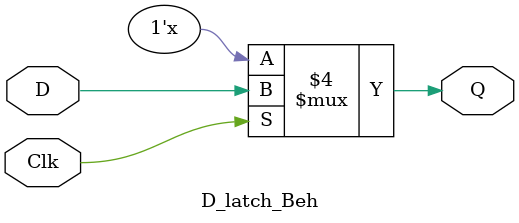
<source format=v>
module Store_3_beh(
	input wire D,Clk,
	output wire Q1,Q2,Q3);
	
	D_latch_Beh lat (D,Clk,Q1);
	D_FF_Beh pos (D,Clk,Q2);
	D_FF_Beh neg (D,~Clk,Q3);
	
endmodule
	
module D_FF_Beh(
	input wire D,Clk,
	output reg Q);
	
	always @ (posedge Clk)
		if(Clk)
			Q = D;
endmodule


module D_latch_Beh(
		input wire D,Clk,
		output reg Q);
		
		always @ (D or Clk)
			if(Clk == 1) Q = D;
			else Q = Q;
endmodule

</source>
